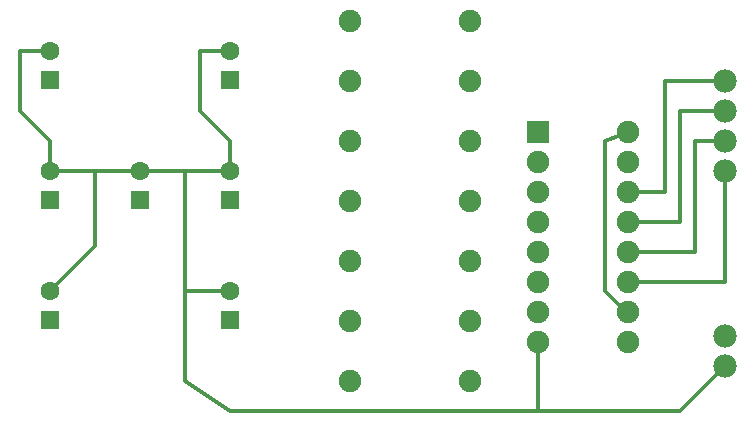
<source format=gbl>
G04 MADE WITH FRITZING*
G04 WWW.FRITZING.ORG*
G04 DOUBLE SIDED*
G04 HOLES PLATED*
G04 CONTOUR ON CENTER OF CONTOUR VECTOR*
%ASAXBY*%
%FSLAX23Y23*%
%MOIN*%
%OFA0B0*%
%SFA1.0B1.0*%
%ADD10C,0.075000*%
%ADD11C,0.062992*%
%ADD12C,0.078000*%
%ADD13R,0.075000X0.075000*%
%ADD14R,0.062992X0.062992*%
%ADD15C,0.012000*%
%LNCOPPER0*%
G90*
G70*
G54D10*
X1985Y1253D03*
X2285Y1253D03*
X1985Y1153D03*
X2285Y1153D03*
X1985Y1053D03*
X2285Y1053D03*
X1985Y953D03*
X2285Y953D03*
X1985Y853D03*
X2285Y853D03*
X1985Y753D03*
X2285Y753D03*
X1985Y653D03*
X2285Y653D03*
X1985Y553D03*
X2285Y553D03*
X1760Y1625D03*
X1360Y1625D03*
X1760Y425D03*
X1360Y425D03*
X1760Y625D03*
X1360Y625D03*
X1760Y825D03*
X1360Y825D03*
X1760Y1025D03*
X1360Y1025D03*
X1760Y1225D03*
X1360Y1225D03*
X1760Y1425D03*
X1360Y1425D03*
G54D11*
X660Y1027D03*
X660Y1125D03*
X360Y1027D03*
X360Y1125D03*
X360Y627D03*
X360Y725D03*
X960Y627D03*
X960Y725D03*
X960Y1027D03*
X960Y1125D03*
X960Y1427D03*
X960Y1525D03*
X360Y1427D03*
X360Y1525D03*
G54D12*
X2610Y575D03*
X2610Y475D03*
X2610Y1225D03*
X2610Y1125D03*
X2610Y1425D03*
X2610Y1325D03*
G54D13*
X1985Y1253D03*
G54D14*
X660Y1027D03*
X360Y1027D03*
X360Y627D03*
X960Y627D03*
X960Y1027D03*
X960Y1427D03*
X360Y1427D03*
G54D15*
X1985Y324D02*
X961Y324D01*
D02*
X810Y425D02*
X810Y724D01*
D02*
X961Y324D02*
X810Y425D01*
D02*
X2459Y326D02*
X1985Y324D01*
D02*
X2593Y458D02*
X2459Y326D01*
D02*
X2210Y725D02*
X2210Y1224D01*
D02*
X2210Y1224D02*
X2263Y1244D01*
D02*
X2268Y669D02*
X2210Y725D01*
D02*
X2610Y753D02*
X2610Y1100D01*
D02*
X2308Y753D02*
X2610Y753D01*
D02*
X2511Y853D02*
X2511Y1224D01*
D02*
X2511Y1224D02*
X2586Y1225D01*
D02*
X2308Y853D02*
X2511Y853D01*
D02*
X2459Y1325D02*
X2586Y1325D01*
D02*
X2459Y953D02*
X2459Y1325D01*
D02*
X2308Y953D02*
X2459Y953D01*
D02*
X2410Y1426D02*
X2586Y1425D01*
D02*
X2411Y1053D02*
X2410Y1426D01*
D02*
X2308Y1053D02*
X2411Y1053D01*
D02*
X633Y1125D02*
X387Y1125D01*
D02*
X810Y1125D02*
X681Y1125D01*
D02*
X939Y1125D02*
X810Y1125D01*
D02*
X361Y1225D02*
X360Y1152D01*
D02*
X259Y1526D02*
X259Y1326D01*
D02*
X259Y1326D02*
X361Y1225D01*
D02*
X333Y1525D02*
X259Y1526D01*
D02*
X959Y1225D02*
X960Y1146D01*
D02*
X861Y1326D02*
X959Y1225D01*
D02*
X861Y1526D02*
X861Y1326D01*
D02*
X933Y1525D02*
X861Y1526D01*
D02*
X510Y1126D02*
X381Y1125D01*
D02*
X375Y740D02*
X510Y875D01*
D02*
X510Y875D02*
X510Y1126D01*
D02*
X810Y724D02*
X810Y1125D01*
D02*
X939Y725D02*
X810Y724D01*
D02*
X1985Y324D02*
X1985Y524D01*
G04 End of Copper0*
M02*
</source>
